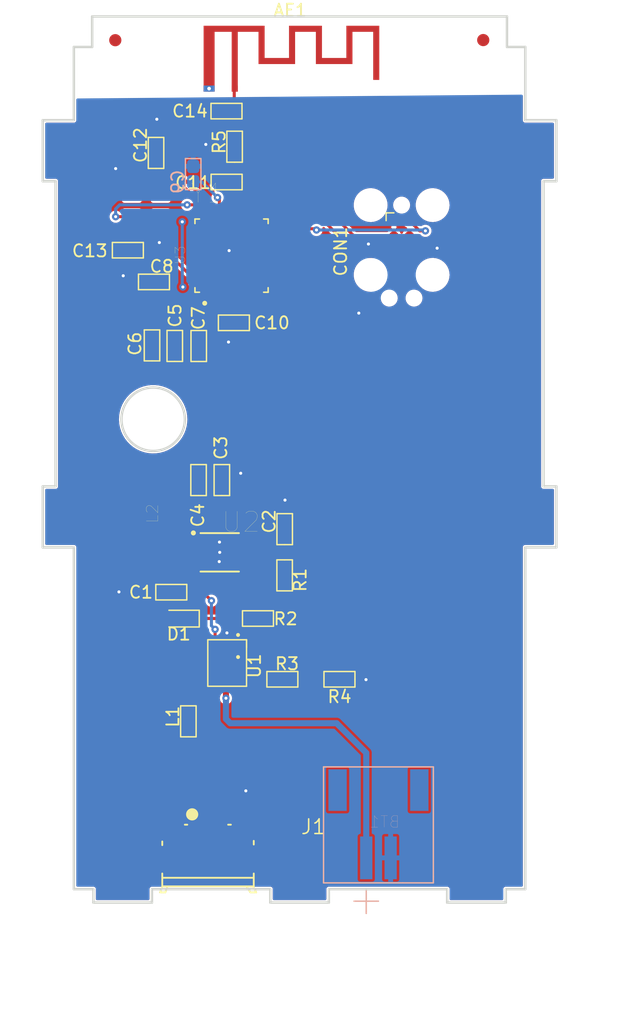
<source format=kicad_pcb>
(kicad_pcb (version 20210424) (generator pcbnew)
  (layers (0 "F.Cu" signal) (31 "B.Cu" signal) (34 "B.Paste" user) (35 "F.Paste" user) (36 "B.SilkS" user "B.Silkscreen") (37 "F.SilkS" user "F.Silkscreen") (38 "B.Mask" user) (39 "F.Mask" user) (44 "Edge.Cuts" user))
  (net 0 "")
  (net 1 "+3V3")
  (net 2 "Net-(AE1-Pad1)")
  (net 3 "VBAT")
  (net 4 "GND")
  (net 5 "Net-(C2-Pad1)")
  (net 6 "Net-(C8-Pad2)")
  (net 7 "Net-(C9-Pad2)")
  (net 8 "Net-(C10-Pad2)")
  (net 9 "Net-(C11-Pad1)")
  (net 10 "Net-(C12-Pad1)")
  (net 11 "Net-(C13-Pad1)")
  (net 12 "/mcu/SWDIO")
  (net 13 "Net-(D1-Pad1)")
  (net 14 "VBUS")
  (net 18 "Net-(J1-Pad1)")
  (net 22 "Net-(L2-Pad1)")
  (net 23 "Net-(L2-Pad2)")
  (net 24 "Net-(R2-Pad1)")
  (net 25 "Net-(R3-Pad1)")
  (net 26 "Net-(R3-Pad2)")
  (net 48 "/mcu/RST")
  (net 49 "/mcu/SWDCLK")
  (footprint "vanalles:0603" (layer "F.Cu") (at 93.855 58.455 90)
    (fp_text reference "C12" (at 0.635 -1.265 90) (layer "F.SilkS"))
    (fp_text value "12pF")
    (pad "1" smd roundrect (at -0.635 0.005 180) (size 1 1.1) (layers "F.Cu" "F.Paste" "F.Mask") (net 10 "Net-(C12-Pad1)"))
    (pad "2" smd roundrect (at 0.635 0.005 180) (size 1 1.1) (layers "F.Cu" "F.Paste" "F.Mask") (net 4 "GND"))
  )
  (footprint "vanalles:0603" (layer "F.Cu") (at 99.25 85.26 90)
    (fp_text reference "C3" (at 2.645 -0.075 90) (layer "F.SilkS"))
    (fp_text value "10uF")
    (pad "1" smd roundrect (at -0.635 0.005 180) (size 1 1.1) (layers "F.Cu" "F.Paste" "F.Mask") (net 1 "+3V3"))
    (pad "2" smd roundrect (at 0.635 0.005 180) (size 1 1.1) (layers "F.Cu" "F.Paste" "F.Mask") (net 4 "GND"))
  )
  (footprint "vanalles:Fiducial_1mm_Mask3mm" (layer "F.Cu") (at 120.68 49.21 90)
    (fp_text reference "REF**" hide)
    (fp_text value "Fiducial_1mm_Mask3mm" hide)
    (pad "" smd circle (at 0 0 90) (size 1 1) (layers "F.Cu" "F.Mask") (clearance 1))
  )
  (footprint "connectors_user:Tag-Connect_TC2050-IDC-FP_2x05_P1.27mm_Vertical" (layer "F.Cu") (at 113.99 66.54 -90)
    (fp_text reference "CON1" (at 0 5 90) (layer "F.SilkS"))
    (fp_text value "jtag")
    (pad "" np_thru_hole circle (at -3.81 2.54 270) (size 2.3749 2.3749) (drill 2.3749) (layers *.Cu *.Mask))
    (pad "" np_thru_hole circle (at 3.81 1.016 270) (size 0.9906 0.9906) (drill 0.9906) (layers *.Cu *.Mask))
    (pad "" np_thru_hole circle (at 1.905 2.54 270) (size 2.3749 2.3749) (drill 2.3749) (layers *.Cu *.Mask))
    (pad "" np_thru_hole circle (at -3.81 0 270) (size 0.9906 0.9906) (drill 0.9906) (layers *.Cu *.Mask))
    (pad "" np_thru_hole circle (at 3.81 -1.016 270) (size 0.9906 0.9906) (drill 0.9906) (layers *.Cu *.Mask))
    (pad "" np_thru_hole circle (at 1.905 -2.54 270) (size 2.3749 2.3749) (drill 2.3749) (layers *.Cu *.Mask))
    (pad "" np_thru_hole circle (at -3.81 -2.54 270) (size 2.3749 2.3749) (drill 2.3749) (layers *.Cu *.Mask))
    (pad "1" connect circle (at -2.54 0.635 270) (size 0.7874 0.7874) (layers "F.Cu" "F.Mask") (net 1 "+3V3"))
    (pad "2" connect circle (at -1.27 0.635 270) (size 0.7874 0.7874) (layers "F.Cu" "F.Mask") (net 12 "/mcu/SWDIO"))
    (pad "3" connect circle (at 0 0.635 270) (size 0.7874 0.7874) (layers "F.Cu" "F.Mask") (net 4 "GND"))
    (pad "4" connect circle (at 1.27 0.635 270) (size 0.7874 0.7874) (layers "F.Cu" "F.Mask") (net 49 "/mcu/SWDCLK"))
    (pad "5" connect circle (at 2.54 0.635 270) (size 0.7874 0.7874) (layers "F.Cu" "F.Mask") (net 4 "GND"))
    (pad "6" connect circle (at 2.54 -0.635 270) (size 0.7874 0.7874) (layers "F.Cu" "F.Mask"))
    (pad "7" connect circle (at 1.27 -0.635 270) (size 0.7874 0.7874) (layers "F.Cu" "F.Mask"))
    (pad "8" connect circle (at 0 -0.635 270) (size 0.7874 0.7874) (layers "F.Cu" "F.Mask"))
    (pad "9" connect circle (at -1.27 -0.635 270) (size 0.7874 0.7874) (layers "F.Cu" "F.Mask") (net 4 "GND"))
    (pad "10" connect circle (at -2.54 -0.635 270) (size 0.7874 0.7874) (layers "F.Cu" "F.Mask") (net 48 "/mcu/RST"))
  )
  (footprint "vanalles:OSCCC320X250X90L80X100N" (layer "F.Cu") (at 93.06 62.77)
    (fp_text reference "Y1" (at 5 -1) (layer "F.SilkS") (effects (font (size 1.574803 1.574803) (thickness 0.015))))
    (fp_text value "326MhZ")
    (pad "1" smd rect (at -1.18 0.93) (size 1.21 1.01) (layers "F.Cu" "F.Paste" "F.Mask") (net 11 "Net-(C13-Pad1)"))
    (pad "2" smd rect (at 1.18 0.93) (size 1.21 1.01) (layers "F.Cu" "F.Paste" "F.Mask") (net 4 "GND"))
    (pad "3" smd rect (at 1.18 -0.93) (size 1.21 1.01) (layers "F.Cu" "F.Paste" "F.Mask") (net 10 "Net-(C12-Pad1)"))
    (pad "4" smd rect (at -1.18 -0.93) (size 1.21 1.01) (layers "F.Cu" "F.Paste" "F.Mask") (net 4 "GND"))
  )
  (footprint "vanalles:Fiducial_1mm_Mask3mm" (layer "F.Cu") (at 90.52 49.22 90)
    (fp_text reference "REF**" hide)
    (fp_text value "Fiducial_1mm_Mask3mm" hide)
    (pad "" smd circle (at 0 0 90) (size 1 1) (layers "F.Cu" "F.Mask") (clearance 1))
  )
  (footprint "halfgeleiders:SOT-25" (layer "F.Cu") (at 99.6975 100.2475 -90)
    (fp_text reference "U1" (at 0.236 -2.233 90) (layer "F.SilkS"))
    (fp_text value "MCP73831")
    (pad "1" smd roundrect (at -1.27 -0.945) (size 0.55 0.8) (layers "F.Cu" "F.Paste" "F.Mask") (net 24 "Net-(R2-Pad1)"))
    (pad "2" smd rect (at -1.27 0.005) (size 0.55 0.8) (layers "F.Cu" "F.Paste" "F.Mask") (net 4 "GND"))
    (pad "3" smd rect (at -1.27 0.955) (size 0.55 0.8) (layers "F.Cu" "F.Paste" "F.Mask") (net 3 "VBAT"))
    (pad "4" smd rect (at 1.33 0.955) (size 0.55 0.8) (layers "F.Cu" "F.Paste" "F.Mask") (net 14 "VBUS"))
    (pad "5" smd rect (at 1.33 -0.945) (size 0.55 0.8) (layers "F.Cu" "F.Paste" "F.Mask") (net 25 "Net-(R3-Pad1)"))
  )
  (footprint "vanalles:0603" (layer "F.Cu") (at 97.34 85.26 90)
    (fp_text reference "C4" (at -2.885 -0.055 90) (layer "F.SilkS"))
    (fp_text value "10uF")
    (pad "1" smd roundrect (at -0.635 0.005 180) (size 1 1.1) (layers "F.Cu" "F.Paste" "F.Mask") (net 1 "+3V3"))
    (pad "2" smd roundrect (at 0.635 0.005 180) (size 1 1.1) (layers "F.Cu" "F.Paste" "F.Mask") (net 4 "GND"))
  )
  (footprint "vanalles:0603RL" (layer "F.Cu") (at 102.21 96.6 180)
    (fp_text reference "R2" (at -2.27 -0.03) (layer "F.SilkS"))
    (fp_text value "1K")
    (pad "1" smd roundrect (at -0.64 0 270) (size 1 1.1) (layers "F.Cu" "F.Paste" "F.Mask") (net 24 "Net-(R2-Pad1)"))
    (pad "2" smd roundrect (at 0.63 0 270) (size 1 1.1) (layers "F.Cu" "F.Paste" "F.Mask") (net 13 "Net-(D1-Pad1)"))
  )
  (footprint "vanalles:0603" (layer "F.Cu") (at 95.11 94.45 180)
    (fp_text reference "C1" (at 2.49 0) (layer "F.SilkS"))
    (fp_text value "10uF")
    (pad "1" smd roundrect (at -0.635 0.005 270) (size 1 1.1) (layers "F.Cu" "F.Paste" "F.Mask") (net 3 "VBAT"))
    (pad "2" smd roundrect (at 0.635 0.005 270) (size 1 1.1) (layers "F.Cu" "F.Paste" "F.Mask") (net 4 "GND"))
  )
  (footprint "connectors_user:AMPHENOL_10118192-0001LF" (layer "F.Cu") (at 98.12 116.017501)
    (fp_text reference "J1" (at 8.65 -2.35) (layer "F.SilkS") (effects (font (size 1.19888 1.19888) (thickness 0.127))))
    (fp_text value "USB_B_Mini")
    (pad "1" smd rect (at -1.29794 -2.2987) (size 0.39878 1.34874) (layers "F.Cu" "F.Paste" "F.Mask") (net 18 "Net-(J1-Pad1)"))
    (pad "2" smd rect (at -0.6477 -2.2987) (size 0.39878 1.34874) (layers "F.Cu" "F.Paste" "F.Mask"))
    (pad "3" smd rect (at 0 -2.2987) (size 0.39878 1.34874) (layers "F.Cu" "F.Paste" "F.Mask"))
    (pad "4" smd rect (at 0.6477 -2.2987) (size 0.39878 1.34874) (layers "F.Cu" "F.Paste" "F.Mask"))
    (pad "5" smd rect (at 1.29794 -2.2987) (size 0.39878 1.34874) (layers "F.Cu" "F.Paste" "F.Mask") (net 4 "GND"))
    (pad "5" smd rect (at 3.0988 -2.17424) (size 2.09804 1.59766) (layers "F.Cu" "F.Paste" "F.Mask") (net 4 "GND"))
    (pad "6" smd rect (at -3.79984 0.37338) (size 1.79832 1.89992) (layers "F.Cu" "F.Paste" "F.Mask") (net 4 "GND"))
    (pad "6" smd rect (at 3.79984 0.37338) (size 1.79832 1.89992) (layers "F.Cu" "F.Paste" "F.Mask") (net 4 "GND"))
    (pad "6" smd rect (at -3.0988 -2.17424) (size 2.09804 1.59766) (layers "F.Cu" "F.Paste" "F.Mask") (net 4 "GND"))
    (pad "6" smd rect (at 1.19888 0.37338) (size 1.89992 1.89992) (layers "F.Cu" "F.Paste" "F.Mask") (net 4 "GND"))
    (pad "6" smd rect (at -1.19888 0.37338) (size 1.89992 1.89992) (layers "F.Cu" "F.Paste" "F.Mask") (net 4 "GND"))
  )
  (footprint "vanalles:Fiducial_1mm_Mask3mm" (layer "F.Cu") (at 122.11 116.72 90)
    (fp_text reference "REF**" hide)
    (fp_text value "Fiducial_1mm_Mask3mm" hide)
    (pad "" smd circle (at 0 0 90) (size 1 1) (layers "F.Cu" "F.Mask") (clearance 1))
  )
  (footprint "vanalles:0603" (layer "F.Cu") (at 97.355 74.275 90)
    (fp_text reference "C7" (at 2.285 -0.025 90) (layer "F.SilkS"))
    (fp_text value "100nF")
    (pad "1" smd roundrect (at -0.635 0.005 180) (size 1 1.1) (layers "F.Cu" "F.Paste" "F.Mask") (net 4 "GND"))
    (pad "2" smd roundrect (at 0.635 0.005 180) (size 1 1.1) (layers "F.Cu" "F.Paste" "F.Mask") (net 1 "+3V3"))
  )
  (footprint "vanalles:0603" (layer "F.Cu") (at 104.4 89.28 90)
    (fp_text reference "C2" (at 0.635 -1.265 90) (layer "F.SilkS"))
    (fp_text value "0.1uF")
    (pad "1" smd roundrect (at -0.635 0.005 180) (size 1 1.1) (layers "F.Cu" "F.Paste" "F.Mask") (net 5 "Net-(C2-Pad1)"))
    (pad "2" smd roundrect (at 0.635 0.005 180) (size 1 1.1) (layers "F.Cu" "F.Paste" "F.Mask") (net 4 "GND"))
  )
  (footprint "vanalles:0603" (layer "F.Cu") (at 93.69 69.02)
    (fp_text reference "C8" (at 0.635 -1.265) (layer "F.SilkS"))
    (fp_text value "1uF")
    (pad "1" smd roundrect (at -0.635 0.005 90) (size 1 1.1) (layers "F.Cu" "F.Paste" "F.Mask") (net 4 "GND"))
    (pad "2" smd roundrect (at 0.635 0.005 90) (size 1 1.1) (layers "F.Cu" "F.Paste" "F.Mask") (net 6 "Net-(C8-Pad2)"))
  )
  (footprint "vanalles:0603RL" (layer "F.Cu") (at 104.4 93.07 -90)
    (fp_text reference "R1" (at 0.376 -1.27 90) (layer "F.SilkS"))
    (fp_text value "100")
    (pad "1" smd roundrect (at -0.64 0) (size 1 1.1) (layers "F.Cu" "F.Paste" "F.Mask") (net 5 "Net-(C2-Pad1)"))
    (pad "2" smd roundrect (at 0.63 0) (size 1 1.1) (layers "F.Cu" "F.Paste" "F.Mask") (net 3 "VBAT"))
  )
  (footprint "vanalles:0603RL" (layer "F.Cu") (at 100.3 57.94 90)
    (fp_text reference "R5" (at 0.376 -1.27 90) (layer "F.SilkS"))
    (fp_text value "0")
    (pad "1" smd roundrect (at -0.64 0 180) (size 1 1.1) (layers "F.Cu" "F.Paste" "F.Mask") (net 9 "Net-(C11-Pad1)"))
    (pad "2" smd roundrect (at 0.63 0 180) (size 1 1.1) (layers "F.Cu" "F.Paste" "F.Mask") (net 2 "Net-(AE1-Pad1)"))
  )
  (footprint "vanalles:Texas_SWRA117D_2.4GHz_Right" (layer "F.Cu") (at 100.31 53.185)
    (fp_text reference "AE1" (at 4.55 -6.41) (layer "F.SilkS"))
    (fp_text value "Antenna")
    (fp_poly (pts (xy 2.45 -2.51) (xy 4.45 -2.51) (xy 4.45 -5.15) (xy 7.15 -5.15) (xy 7.15 -2.51) (xy 9.15 -2.51) (xy 9.15 -5.15) (xy 11.85 -5.15) (xy 11.85 -0.71) (xy 11.35 -0.71) (xy 11.35 -4.65) (xy 9.65 -4.65) (xy 9.65 -2.01) (xy 6.65 -2.01) (xy 6.65 -4.65) (xy 4.95 -4.65) (xy 4.95 -2.01) (xy 1.95 -2.01) (xy 1.95 -4.65) (xy 0.25 -4.65) (xy 0.25 0.25) (xy -0.25 0.25) (xy -0.25 -4.65) (xy -1.65 -4.65) (xy -1.65 0.25) (xy -2.55 0.25) (xy -2.55 0.006785) (xy -2.247583 0.006785) (xy -2.237742 0.054395) (xy -2.213674 0.096797) (xy -2.175731 0.129581) (xy -2.167819 0.133935) (xy -2.125156 0.146043) (xy -2.076637 0.1453) (xy -2.031122 0.1324) (xy -2.012511 0.121787) (xy -1.978868 0.086553) (xy -1.958309 0.041368) (xy -1.951778 -0.008158) (xy -1.960218 -0.056417) (xy -1.977112 -0.088643) (xy -2.012372 -0.121313) (xy -2.057682 -0.141408) (xy -2.107267 -0.147982) (xy -2.155353 -0.140092) (xy -2.188245 -0.123186) (xy -2.223185 -0.086416) (xy -2.242847 -0.041622) (xy -2.247583 0.006785) (xy -2.55 0.006785) (xy -2.55 -5.15) (xy 2.45 -5.15) (xy 2.45 -2.51)) (layer "F.Cu") (width 0) (fill solid))
    (pad "1" connect rect (at 0 0) (size 0.5 0.5) (layers "F.Cu") (net 2 "Net-(AE1-Pad1)"))
    (pad "2" thru_hole rect (at -2.1 0) (size 0.9 0.5) (drill 0.3) (layers *.Cu))
  )
  (footprint "vanalles:0603" (layer "F.Cu") (at 93.525 74.225 90)
    (fp_text reference "C6" (at 0.135 -1.395 90) (layer "F.SilkS"))
    (fp_text value "100nF")
    (pad "1" smd roundrect (at -0.635 0.005 180) (size 1 1.1) (layers "F.Cu" "F.Paste" "F.Mask") (net 4 "GND"))
    (pad "2" smd roundrect (at 0.635 0.005 180) (size 1 1.1) (layers "F.Cu" "F.Paste" "F.Mask") (net 1 "+3V3"))
  )
  (footprint "halfgeleiders:nrf" (layer "F.Cu") (at 100.05 66.87 90)
    (fp_text reference "U3" (at 0.04 -4.208 90) (layer "F.SilkS") (effects (font (size 0.8 0.8) (thickness 0.015))))
    (fp_text value "nRF52810-QFxx")
    (pad "1" smd rect (at -2.95 -2.2 90) (size 0.81 0.22) (layers "F.Cu" "F.Paste" "F.Mask") (net 8 "Net-(C10-Pad2)"))
    (pad "2" smd rect (at -2.95 -1.8 90) (size 0.81 0.22) (layers "F.Cu" "F.Paste" "F.Mask"))
    (pad "3" smd rect (at -2.95 -1.4 90) (size 0.81 0.22) (layers "F.Cu" "F.Paste" "F.Mask"))
    (pad "4" smd rect (at -2.95 -1 90) (size 0.81 0.22) (layers "F.Cu" "F.Paste" "F.Mask"))
    (pad "5" smd rect (at -2.95 -0.6 90) (size 0.81 0.22) (layers "F.Cu" "F.Paste" "F.Mask"))
    (pad "6" smd rect (at -2.95 -0.2 90) (size 0.81 0.22) (layers "F.Cu" "F.Paste" "F.Mask"))
    (pad "7" smd rect (at -2.95 0.2 90) (size 0.81 0.22) (layers "F.Cu" "F.Paste" "F.Mask"))
    (pad "8" smd rect (at -2.95 0.6 90) (size 0.81 0.22) (layers "F.Cu" "F.Paste" "F.Mask"))
    (pad "9" smd rect (at -2.95 1 90) (size 0.81 0.22) (layers "F.Cu" "F.Paste" "F.Mask"))
    (pad "10" smd rect (at -2.95 1.4 90) (size 0.81 0.22) (layers "F.Cu" "F.Paste" "F.Mask"))
    (pad "11" smd rect (at -2.95 1.8 90) (size 0.81 0.22) (layers "F.Cu" "F.Paste" "F.Mask"))
    (pad "12" smd rect (at -2.95 2.2 90) (size 0.81 0.22) (layers "F.Cu" "F.Paste" "F.Mask"))
    (pad "13" smd rect (at -2.2 2.95 90) (size 0.22 0.81) (layers "F.Cu" "F.Paste" "F.Mask") (net 1 "+3V3"))
    (pad "14" smd rect (at -1.8 2.95 90) (size 0.22 0.81) (layers "F.Cu" "F.Paste" "F.Mask"))
    (pad "15" smd rect (at -1.4 2.95 90) (size 0.22 0.81) (layers "F.Cu" "F.Paste" "F.Mask"))
    (pad "16" smd rect (at -1 2.95 90) (size 0.22 0.81) (layers "F.Cu" "F.Paste" "F.Mask"))
    (pad "17" smd rect (at -0.6 2.95 90) (size 0.22 0.81) (layers "F.Cu" "F.Paste" "F.Mask"))
    (pad "18" smd rect (at -0.2 2.95 90) (size 0.22 0.81) (layers "F.Cu" "F.Paste" "F.Mask"))
    (pad "19" smd rect (at 0.2 2.95 90) (size 0.22 0.81) (layers "F.Cu" "F.Paste" "F.Mask"))
    (pad "20" smd rect (at 0.6 2.95 90) (size 0.22 0.81) (layers "F.Cu" "F.Paste" "F.Mask"))
    (pad "21" smd rect (at 1 2.95 90) (size 0.22 0.81) (layers "F.Cu" "F.Paste" "F.Mask"))
    (pad "22" smd rect (at 1.4 2.95 90) (size 0.22 0.81) (layers "F.Cu" "F.Paste" "F.Mask"))
    (pad "23" smd rect (at 1.8 2.95 90) (size 0.22 0.81) (layers "F.Cu" "F.Paste" "F.Mask"))
    (pad "24" smd rect (at 2.2 2.95 90) (size 0.22 0.81) (layers "F.Cu" "F.Paste" "F.Mask") (net 48 "/mcu/RST"))
    (pad "25" smd rect (at 2.95 2.2 90) (size 0.81 0.22) (layers "F.Cu" "F.Paste" "F.Mask") (net 49 "/mcu/SWDCLK"))
    (pad "26" smd rect (at 2.95 1.8 90) (size 0.81 0.22) (layers "F.Cu" "F.Paste" "F.Mask") (net 12 "/mcu/SWDIO"))
    (pad "27" smd rect (at 2.95 1.4 90) (size 0.81 0.22) (layers "F.Cu" "F.Paste" "F.Mask"))
    (pad "28" smd rect (at 2.95 1 90) (size 0.81 0.22) (layers "F.Cu" "F.Paste" "F.Mask"))
    (pad "29" smd rect (at 2.95 0.6 90) (size 0.81 0.22) (layers "F.Cu" "F.Paste" "F.Mask"))
    (pad "30" smd rect (at 2.95 0.2 90) (size 0.81 0.22) (layers "F.Cu" "F.Paste" "F.Mask") (net 9 "Net-(C11-Pad1)"))
    (pad "31" smd rect (at 2.95 -0.2 90) (size 0.81 0.22) (layers "F.Cu" "F.Paste" "F.Mask") (net 4 "GND"))
    (pad "32" smd rect (at 2.95 -0.6 90) (size 0.81 0.22) (layers "F.Cu" "F.Paste" "F.Mask") (net 4 "GND"))
    (pad "33" smd rect (at 2.95 -1 90) (size 0.81 0.22) (layers "F.Cu" "F.Paste" "F.Mask") (net 7 "Net-(C9-Pad2)"))
    (pad "34" smd rect (at 2.95 -1.4 90) (size 0.81 0.22) (layers "F.Cu" "F.Paste" "F.Mask") (net 10 "Net-(C12-Pad1)"))
    (pad "35" smd rect (at 2.95 -1.8 90) (size 0.81 0.22) (layers "F.Cu" "F.Paste" "F.Mask") (net 11 "Net-(C13-Pad1)"))
    (pad "36" smd rect (at 2.95 -2.2 90) (size 0.81 0.22) (layers "F.Cu" "F.Paste" "F.Mask") (net 1 "+3V3"))
    (pad "37" smd rect (at 2.2 -2.95 90) (size 0.22 0.81) (layers "F.Cu" "F.Paste" "F.Mask"))
    (pad "38" smd rect (at 1.8 -2.95 90) (size 0.22 0.81) (layers "F.Cu" "F.Paste" "F.Mask"))
    (pad "39" smd rect (at 1.4 -2.95 90) (size 0.22 0.81) (layers "F.Cu" "F.Paste" "F.Mask"))
    (pad "40" smd rect (at 1 -2.95 90) (size 0.22 0.81) (layers "F.Cu" "F.Paste" "F.Mask"))
    (pad "41" smd rect (at 0.6 -2.95 90) (size 0.22 0.81) (layers "F.Cu" "F.Paste" "F.Mask"))
    (pad "42" smd rect (at 0.2 -2.95 90) (size 0.22 0.81) (layers "F.Cu" "F.Paste" "F.Mask"))
    (pad "43" smd rect (at -0.2 -2.95 90) (size 0.22 0.81) (layers "F.Cu" "F.Paste" "F.Mask"))
    (pad "44" smd rect (at -0.6 -2.95 90) (size 0.22 0.81) (layers "F.Cu" "F.Paste" "F.Mask"))
    (pad "45" smd rect (at -1 -2.95 90) (size 0.22 0.81) (layers "F.Cu" "F.Paste" "F.Mask") (net 4 "GND"))
    (pad "46" smd rect (at -1.4 -2.95 90) (size 0.22 0.81) (layers "F.Cu" "F.Paste" "F.Mask") (net 6 "Net-(C8-Pad2)"))
    (pad "47" smd rect (at -1.8 -2.95 90) (size 0.22 0.81) (layers "F.Cu" "F.Paste" "F.Mask"))
    (pad "48" smd rect (at -2.2 -2.95 90) (size 0.22 0.81) (layers "F.Cu" "F.Paste" "F.Mask") (net 1 "+3V3"))
    (pad "49" smd rect (at 0 0 90) (size 4.6 4.6) (layers "F.Cu" "F.Mask") (net 4 "GND"))
  )
  (footprint "vanalles:0603RL" (layer "F.Cu") (at 108.89 101.58 180)
    (fp_text reference "R4" (at -0.01 -1.43) (layer "F.SilkS"))
    (fp_text value "1k")
    (pad "1" smd roundrect (at -0.64 0 270) (size 1 1.1) (layers "F.Cu" "F.Paste" "F.Mask") (net 4 "GND"))
    (pad "2" smd roundrect (at 0.63 0 270) (size 1 1.1) (layers "F.Cu" "F.Paste" "F.Mask") (net 26 "Net-(R3-Pad2)"))
  )
  (footprint "halfgeleiders:SON50P300X300X100-11N" (layer "F.Cu") (at 99.08 91.18)
    (fp_text reference "U2" (at 1.75 -2.48) (layer "F.SilkS") (effects (font (size 1.641827 1.641827) (thickness 0.015))))
    (fp_text value "TPS63001")
    (pad "1" smd rect (at -1.4732 -0.9906) (size 0.8128 0.3048) (layers "F.Cu" "F.Paste" "F.Mask") (net 1 "+3V3"))
    (pad "2" smd rect (at -1.4732 -0.508) (size 0.8128 0.3048) (layers "F.Cu" "F.Paste" "F.Mask") (net 23 "Net-(L2-Pad2)"))
    (pad "3" smd rect (at -1.4732 0) (size 0.8128 0.3048) (layers "F.Cu" "F.Paste" "F.Mask") (net 4 "GND"))
    (pad "4" smd rect (at -1.4732 0.508) (size 0.8128 0.3048) (layers "F.Cu" "F.Paste" "F.Mask") (net 22 "Net-(L2-Pad1)"))
    (pad "5" smd rect (at -1.4732 0.9906) (size 0.8128 0.3048) (layers "F.Cu" "F.Paste" "F.Mask") (net 3 "VBAT"))
    (pad "6" smd rect (at 1.4732 0.9906) (size 0.8128 0.3048) (layers "F.Cu" "F.Paste" "F.Mask") (net 5 "Net-(C2-Pad1)"))
    (pad "7" smd rect (at 1.4732 0.508) (size 0.8128 0.3048) (layers "F.Cu" "F.Paste" "F.Mask") (net 5 "Net-(C2-Pad1)"))
    (pad "8" smd rect (at 1.4732 0) (size 0.8128 0.3048) (layers "F.Cu" "F.Paste" "F.Mask") (net 5 "Net-(C2-Pad1)"))
    (pad "9" smd rect (at 1.4732 -0.508) (size 0.8128 0.3048) (layers "F.Cu" "F.Paste" "F.Mask") (net 4 "GND"))
    (pad "10" smd rect (at 1.4732 -0.9906) (size 0.8128 0.3048) (layers "F.Cu" "F.Paste" "F.Mask") (net 1 "+3V3"))
    (pad "11" smd rect (at 0 0) (size 1.651 2.3876) (layers "F.Cu" "F.Paste" "F.Mask" "Dwgs.User") (net 4 "GND"))
  )
  (footprint "vanalles:0603" (layer "F.Cu") (at 91.55 66.43 180)
    (fp_text reference "C13" (at 3.12 -0.05) (layer "F.SilkS"))
    (fp_text value "12pF")
    (pad "1" smd roundrect (at -0.635 0.005 270) (size 1 1.1) (layers "F.Cu" "F.Paste" "F.Mask") (net 11 "Net-(C13-Pad1)"))
    (pad "2" smd roundrect (at 0.635 0.005 270) (size 1 1.1) (layers "F.Cu" "F.Paste" "F.Mask") (net 4 "GND"))
  )
  (footprint "vanalles:0603RL" (layer "F.Cu") (at 104.22 101.58)
    (fp_text reference "R3" (at 0.376 -1.27) (layer "F.SilkS"))
    (fp_text value "1k")
    (pad "1" smd roundrect (at -0.64 0 90) (size 1 1.1) (layers "F.Cu" "F.Paste" "F.Mask") (net 25 "Net-(R3-Pad1)"))
    (pad "2" smd roundrect (at 0.63 0 90) (size 1 1.1) (layers "F.Cu" "F.Paste" "F.Mask") (net 26 "Net-(R3-Pad2)"))
  )
  (footprint "vanalles:0603RL" (layer "F.Cu") (at 96.51 105.02 90)
    (fp_text reference "L1" (at 0.376 -1.27 90) (layer "F.SilkS"))
    (fp_text value "L")
    (pad "1" smd roundrect (at -0.64 0 180) (size 1 1.1) (layers "F.Cu" "F.Paste" "F.Mask") (net 18 "Net-(J1-Pad1)"))
    (pad "2" smd roundrect (at 0.63 0 180) (size 1 1.1) (layers "F.Cu" "F.Paste" "F.Mask") (net 14 "VBUS"))
  )
  (footprint "vanalles:0603" (layer "F.Cu") (at 100.24 72.38 180)
    (fp_text reference "C10" (at -3.12 0) (layer "F.SilkS"))
    (fp_text value "100nF")
    (pad "1" smd roundrect (at -0.635 0.005 270) (size 1 1.1) (layers "F.Cu" "F.Paste" "F.Mask") (net 4 "GND"))
    (pad "2" smd roundrect (at 0.635 0.005 270) (size 1 1.1) (layers "F.Cu" "F.Paste" "F.Mask") (net 8 "Net-(C10-Pad2)"))
  )
  (footprint "halfgeleiders:led0603" (layer "F.Cu") (at 95.7175 96.61 180)
    (fp_text reference "D1" (at 0 -1.27) (layer "F.SilkS"))
    (fp_text value "LED")
    (pad "1" smd roundrect (at -0.8125 0 180) (size 1.225 0.85) (layers "F.Cu" "F.Paste" "F.Mask") (net 13 "Net-(D1-Pad1)"))
    (pad "2" smd roundrect (at 0.8125 0 180) (size 1.225 0.85) (layers "F.Cu" "F.Paste" "F.Mask") (net 14 "VBUS"))
  )
  (footprint "vanalles:0603" (layer "F.Cu") (at 99.645 60.845 180)
    (fp_text reference "C11" (at 2.755 -0.045) (layer "F.SilkS"))
    (fp_text value "NM")
    (pad "1" smd roundrect (at -0.635 0.005 270) (size 1 1.1) (layers "F.Cu" "F.Paste" "F.Mask") (net 9 "Net-(C11-Pad1)"))
    (pad "2" smd roundrect (at 0.635 0.005 270) (size 1 1.1) (layers "F.Cu" "F.Paste" "F.Mask") (net 4 "GND"))
  )
  (footprint "vanalles:0603" (layer "F.Cu") (at 99.635 55.035 180)
    (fp_text reference "C14" (at 2.995 0.005) (layer "F.SilkS"))
    (fp_text value "NM")
    (pad "1" smd roundrect (at -0.635 0.005 270) (size 1 1.1) (layers "F.Cu" "F.Paste" "F.Mask") (net 2 "Net-(AE1-Pad1)"))
    (pad "2" smd roundrect (at 0.635 0.005 270) (size 1 1.1) (layers "F.Cu" "F.Paste" "F.Mask") (net 4 "GND"))
  )
  (footprint "vanalles:WURTH_744025001" (layer "F.Cu") (at 94.17 91 90)
    (fp_text reference "L2" (at 3 -0.6 90) (layer "F.SilkS") (effects (font (size 0.944882 0.944882) (thickness 0.015))))
    (fp_text value "2.2uH")
    (pad "1" smd rect (at -1.1 0 90) (size 1 3.2) (layers "F.Cu" "F.Paste" "F.Mask") (net 22 "Net-(L2-Pad1)"))
    (pad "2" smd rect (at 1.1 0 90) (size 1 3.2) (layers "F.Cu" "F.Paste" "F.Mask") (net 23 "Net-(L2-Pad2)"))
  )
  (footprint "vanalles:0603" (layer "F.Cu") (at 95.39 74.27 90)
    (fp_text reference "C5" (at 2.49 0.03 90) (layer "F.SilkS"))
    (fp_text value "4.7uF")
    (pad "1" smd roundrect (at -0.635 0.005 180) (size 1 1.1) (layers "F.Cu" "F.Paste" "F.Mask") (net 4 "GND"))
    (pad "2" smd roundrect (at 0.635 0.005 180) (size 1 1.1) (layers "F.Cu" "F.Paste" "F.Mask") (net 1 "+3V3"))
  )
  (footprint "vanalles:0603" (layer "B.Cu") (at 96.9 60.19 -90)
    (fp_text reference "C9" (at 0.635 1.265 90) (layer "B.SilkS") (effects (justify mirror)))
    (fp_text value "100pF")
    (pad "1" smd roundrect (at -0.635 -0.005 180) (size 1 1.1) (layers "B.Cu" "B.Paste" "B.Mask") (net 4 "GND"))
    (pad "2" smd roundrect (at 0.635 -0.005 180) (size 1 1.1) (layers "B.Cu" "B.Paste" "B.Mask") (net 7 "Net-(C9-Pad2)"))
  )
  (footprint "connectors_user:jst 2 pin" (layer "B.Cu") (at 112.09 113.26)
    (fp_text reference "BT1" (at 0.5 0) (layer "B.SilkS") (effects (font (size 0.944882 0.944882) (thickness 0.015)) (justify mirror)))
    (fp_text value "Battery")
    (pad "1" smd rect (at -1 2.95) (size 1 3.5) (layers "B.Cu" "B.Paste" "B.Mask") (net 3 "VBAT"))
    (pad "2" smd rect (at 1 2.95) (size 1 3.5) (layers "B.Cu" "B.Paste" "B.Mask") (net 4 "GND"))
    (pad "M" smd rect (at -3.35 -2.6) (size 1.5 3.4) (layers "B.Cu" "B.Paste" "B.Mask"))
    (pad "N" smd rect (at 3.35 -2.6) (size 1.5 3.4) (layers "B.Cu" "B.Paste" "B.Mask"))
  )
  (gr_circle (center 96.92 89.59) (end 97.050384 89.59) (layer "F.SilkS") (width 0.15) (fill solid))
  (gr_line (start 88.625 47.275) (end 88.625 49.775) (layer "Edge.Cuts") (width 0.2))
  (gr_line (start 117.725 118.775) (end 108.025 118.775) (layer "Edge.Cuts") (width 0.2))
  (gr_line (start 124.125 55.775) (end 124.125 49.775) (layer "Edge.Cuts") (width 0.2))
  (gr_line (start 88.625 49.775) (end 87.125 49.775) (layer "Edge.Cuts") (width 0.2))
  (gr_line (start 122.525 119.875) (end 122.525 118.775) (layer "Edge.Cuts") (width 0.2))
  (gr_line (start 124.125 118.775) (end 122.525 118.775) (layer "Edge.Cuts") (width 0.2))
  (gr_line (start 122.625 47.275) (end 122.625 49.775) (layer "Edge.Cuts") (width 0.2))
  (gr_line (start 124.125 118.775) (end 124.125 90.775) (layer "Edge.Cuts") (width 0.2))
  (gr_line (start 87.125 55.775) (end 87.125 49.775) (layer "Edge.Cuts") (width 0.2))
  (gr_line (start 87.125 90.775) (end 84.575 90.775) (layer "Edge.Cuts") (width 0.2))
  (gr_line (start 108.025 118.775) (end 108.025 119.875) (layer "Edge.Cuts") (width 0.2))
  (gr_line (start 87.125 55.775) (end 84.575 55.775) (layer "Edge.Cuts") (width 0.2))
  (gr_line (start 117.725 118.775) (end 117.725 119.875) (layer "Edge.Cuts") (width 0.2))
  (gr_circle (center 93.625 80.275) (end 96.225 80.275) (layer "Edge.Cuts") (width 0.2) (fill none))
  (gr_line (start 125.625 85.775) (end 125.625 60.775) (layer "Edge.Cuts") (width 0.2))
  (gr_line (start 103.225 118.775) (end 93.525 118.775) (layer "Edge.Cuts") (width 0.2))
  (gr_line (start 88.725 118.775) (end 87.125 118.775) (layer "Edge.Cuts") (width 0.2))
  (gr_line (start 85.625 60.775) (end 84.575 60.775) (layer "Edge.Cuts") (width 0.2))
  (gr_line (start 124.125 49.775) (end 122.625 49.775) (layer "Edge.Cuts") (width 0.2))
  (gr_line (start 126.675 90.775) (end 124.125 90.775) (layer "Edge.Cuts") (width 0.2))
  (gr_line (start 126.675 60.775) (end 125.625 60.775) (layer "Edge.Cuts") (width 0.2))
  (gr_line (start 126.675 85.775) (end 125.625 85.775) (layer "Edge.Cuts") (width 0.2))
  (gr_line (start 108.025 119.875) (end 103.225 119.875) (layer "Edge.Cuts") (width 0.2))
  (gr_line (start 103.225 118.775) (end 103.225 119.875) (layer "Edge.Cuts") (width 0.2))
  (gr_line (start 93.525 118.775) (end 93.525 119.875) (layer "Edge.Cuts") (width 0.2))
  (gr_line (start 84.575 55.775) (end 84.575 60.775) (layer "Edge.Cuts") (width 0.2))
  (gr_line (start 126.675 85.775) (end 126.675 90.775) (layer "Edge.Cuts") (width 0.2))
  (gr_line (start 122.525 119.875) (end 117.725 119.875) (layer "Edge.Cuts") (width 0.2))
  (gr_line (start 126.675 55.775) (end 124.125 55.775) (layer "Edge.Cuts") (width 0.2))
  (gr_line (start 93.525 119.875) (end 88.725 119.875) (layer "Edge.Cuts") (width 0.2))
  (gr_line (start 126.675 55.775) (end 126.675 60.775) (layer "Edge.Cuts") (width 0.2))
  (gr_line (start 84.575 85.775) (end 84.575 90.775) (layer "Edge.Cuts") (width 0.2))
  (gr_line (start 88.725 118.775) (end 88.725 119.875) (layer "Edge.Cuts") (width 0.2))
  (gr_line (start 88.625 47.275) (end 122.625 47.275) (layer "Edge.Cuts") (width 0.2))
  (gr_line (start 87.125 118.775) (end 87.125 90.775) (layer "Edge.Cuts") (width 0.2))
  (gr_line (start 85.625 85.775) (end 85.625 60.775) (layer "Edge.Cuts") (width 0.2))
  (gr_line (start 85.625 85.775) (end 84.575 85.775) (layer "Edge.Cuts") (width 0.2))
  (segment (start 97.85 63.92) (end 96.19 63.92) (width 0.25) (layer "F.Cu") (net 1))
  (segment (start 96.19 63.92) (end 96.01 64.1) (width 0.25) (layer "F.Cu") (net 1))
  (via (at 96.01 64.1) (size 0.6) (drill 0.25) (layers "F.Cu" "B.Cu") (net 1))
  (via (at 96.06 69.44) (size 0.6) (drill 0.25) (layers "F.Cu" "B.Cu") (net 1))
  (segment (start 96.01 64.1) (end 96.01 69.39) (width 0.25) (layer "B.Cu") (net 1))
  (segment (start 96.01 69.39) (end 96.06 69.44) (width 0.25) (layer "B.Cu") (net 1))
  (segment (start 100.3 57.31) (end 100.3 55.06) (width 0.25) (layer "F.Cu") (net 2))
  (segment (start 100.3 55.06) (end 100.27 55.03) (width 0.25) (layer "F.Cu") (net 2))
  (segment (start 100.27 55.03) (end 100.27 53.225) (width 0.25) (layer "F.Cu") (net 2))
  (segment (start 100.27 53.225) (end 100.31 53.185) (width 0.25) (layer "F.Cu") (net 2))
  (segment (start 98.7 97.49) (end 98.7 98.935) (width 0.25) (layer "F.Cu") (net 3))
  (segment (start 95.745 94.235) (end 95.745 94.445) (width 0.25) (layer "F.Cu") (net 3))
  (segment (start 104.4 93.7) (end 97.69 93.7) (width 0.25) (layer "F.Cu") (net 3))
  (segment (start 99.59 100.73) (end 98.7425 99.8825) (width 0.5) (layer "F.Cu") (net 3))
  (segment (start 97.6068 94.3468) (end 98.4 95.14) (width 0.25) (layer "F.Cu") (net 3))
  (segment (start 96.43 93.55) (end 95.745 94.235) (width 0.25) (layer "F.Cu") (net 3))
  (segment (start 98.7 98.935) (end 98.7425 98.9775) (width 0.25) (layer "F.Cu") (net 3))
  (segment (start 99.59 103.13) (end 99.59 100.73) (width 0.5) (layer "F.Cu") (net 3))
  (segment (start 97.69 93.7) (end 97.54 93.55) (width 0.25) (layer "F.Cu") (net 3))
  (segment (start 97.6068 92.1706) (end 97.6068 93.7832) (width 0.25) (layer "F.Cu") (net 3))
  (segment (start 97.54 93.55) (end 96.43 93.55) (width 0.25) (layer "F.Cu") (net 3))
  (segment (start 98.7425 99.8825) (end 98.7425 98.9775) (width 0.5) (layer "F.Cu") (net 3))
  (segment (start 97.69 93.7) (end 97.6068 93.7832) (width 0.25) (layer "F.Cu") (net 3))
  (segment (start 97.6068 93.7832) (end 97.6068 94.3468) (width 0.25) (layer "F.Cu") (net 3))
  (via (at 98.7 97.49) (size 0.6) (drill 0.25) (layers "F.Cu" "B.Cu") (net 3))
  (via (at 98.4 95.14) (size 0.6) (drill 0.25) (layers "F.Cu" "B.Cu") (net 3))
  (via (at 99.59 103.13) (size 0.6) (drill 0.25) (layers "F.Cu" "B.Cu") (net 3))
  (segment (start 98.4 97.19) (end 98.7 97.49) (width 0.25) (layer "B.Cu") (net 3))
  (segment (start 111.09 116.21) (end 111.09 107.61) (width 0.5) (layer "B.Cu") (net 3))
  (segment (start 98.4 95.14) (end 98.4 97.19) (width 0.25) (layer "B.Cu") (net 3))
  (segment (start 111.09 107.61) (end 108.66 105.18) (width 0.5) (layer "B.Cu") (net 3))
  (segment (start 99.59 104.83) (end 99.59 103.13) (width 0.5) (layer "B.Cu") (net 3))
  (segment (start 108.66 105.18) (end 99.94 105.18) (width 0.5) (layer "B.Cu") (net 3))
  (segment (start 99.94 105.18) (end 99.59 104.83) (width 0.5) (layer "B.Cu") (net 3))
  (segment (start 99.05 67.87) (end 100.05 66.87) (width 0.25) (layer "F.Cu") (net 4))
  (segment (start 94.24 63.7) (end 94.24 65.69) (width 0.25) (layer "F.Cu") (net 4))
  (segment (start 93.86 57.82) (end 93.86 55.76) (width 0.25) (layer "F.Cu") (net 4))
  (segment (start 115.585 66.23) (end 115.82 66.23) (width 0.25) (layer "F.Cu") (net 4))
  (segment (start 99.01 60.84) (end 99.01 57.76) (width 0.25) (layer "F.Cu") (net 4))
  (segment (start 91.88 61.84) (end 91.88 61.07) (width 0.25) (layer "F.Cu") (net 4))
  (segment (start 99.01 55.04) (end 99 55.03) (width 0.25) (layer "F.Cu") (net 4))
  (segment (start 100.875 72.875) (end 99.8 73.95) (width 0.25) (layer "F.Cu") (net 4))
  (segment (start 113.355 66.54) (end 111.89 66.54) (width 0.25) (layer "F.Cu") (net 4))
  (segment (start 99.6925 98.9775) (end 99.6925 97.8025) (width 0.25) (layer "F.Cu") (net 4))
  (segment (start 101.91984 116.390881) (end 94.32016 116.390881) (width 0.25) (layer "F.Cu") (net 4))
  (segment (start 99.5424 113.843261) (end 99.41794 113.718801) (width 0.25) (layer "F.Cu") (net 4))
  (segment (start 93.53 74.86) (end 93.53 75.22) (width 0.25) (layer "F.Cu") (net 4))
  (segment (start 111.89 66.54) (end 111.27 65.92) (width 0.25) (layer "F.Cu") (net 4))
  (segment (start 97.345 84.625) (end 99.255 84.625) (width 0.25) (layer "F.Cu") (net 4))
  (segment (start 94.24 65.69) (end 94.13 65.8) (width 0.25) (layer "F.Cu") (net 4))
  (segment (start 99.45 66.27) (end 100.05 66.87) (width 0.25) (layer "F.Cu") (net 4))
  (segment (start 97.31 74.86) (end 97.36 74.91) (width 0.25) (layer "F.Cu") (net 4))
  (segment (start 91.88 61.07) (end 90.55 59.74) (width 0.25) (layer "F.Cu") (net 4))
  (segment (start 93.055 69.025) (end 91.675 69.025) (width 0.25) (layer "F.Cu") (net 4))
  (segment (start 91.675 69.025) (end 91.17 68.52) (width 0.25) (layer "F.Cu") (net 4))
  (segment (start 99.85 66.46) (end 99.85 66.67) (width 0.25) (layer "F.Cu") (net 4))
  (segment (start 99.588 90.672) (end 99.08 91.18) (width 0.25) (layer "F.Cu") (net 4))
  (segment (start 101.2188 115.689841) (end 101.91984 116.390881) (width 0.25) (layer "F.Cu") (net 4))
  (segment (start 111.04 101.58) (end 111.07 101.61) (width 0.25) (layer "F.Cu") (net 4))
  (segment (start 101.2188 113.843261) (end 101.2188 110.7212) (width 0.25) (layer "F.Cu") (net 4))
  (segment (start 100.725 84.625) (end 100.8 84.7) (width 0.25) (layer "F.Cu") (net 4))
  (segment (start 99.85 63.92) (end 99.85 66.46) (width 0.25) (layer "F.Cu") (net 4))
  (segment (start 99.45 63.92) (end 99.45 66.27) (width 0.25) (layer "F.Cu") (net 4))
  (segment (start 94.475 94.445) (end 90.845 94.445) (width 0.25) (layer "F.Cu") (net 4))
  (segment (start 99.255 84.625) (end 100.725 84.625) (width 0.25) (layer "F.Cu") (net 4))
  (segment (start 90.845 94.445) (end 90.82 94.42) (width 0.25) (layer "F.Cu") (net 4))
  (segment (start 97.1 67.87) (end 99.05 67.87) (width 0.25) (layer "F.Cu") (net 4))
  (segment (start 93.89 55.73) (end 93.925 55.695) (width 0.25) (layer "F.Cu") (net 4))
  (segment (start 99.01 57.76) (end 99.01 55.04) (width 0.25) (layer "F.Cu") (net 4))
  (segment (start 104.405 88.645) (end 104.405 86.925) (width 0.25) (layer "F.Cu") (net 4))
  (segment (start 116.87 66.23) (end 116.9 66.26) (width 0.25) (layer "F.Cu") (net 4))
  (segment (start 104.405 86.925) (end 104.43 86.9) (width 0.25) (layer "F.Cu") (net 4))
  (segment (start 101.2188 110.7212) (end 101.22 110.72) (width 0.25) (layer "F.Cu") (net 4))
  (segment (start 100.875 72.375) (end 100.875 72.875) (width 0.25) (layer "F.Cu") (net 4))
  (segment (start 93.86 55.76) (end 93.925 55.695) (width 0.25) (layer "F.Cu") (net 4))
  (segment (start 91.17 68.52) (end 90.915 68.265) (width 0.25) (layer "F.Cu") (net 4))
  (segment (start 99.01 57.76) (end 97.94 57.76) (width 0.25) (layer "F.Cu") (net 4))
  (segment (start 114.625 65.27) (end 115.585 66.23) (width 0.25) (layer "F.Cu") (net 4))
  (segment (start 113.355 69.08) (end 112.98 69.08) (width 0.25) (layer "F.Cu") (net 4))
  (segment (start 99.85 66.67) (end 100.05 66.87) (width 0.25) (layer "F.Cu") (net 4))
  (segment (start 97.6068 91.18) (end 99.08 91.18) (width 0.25) (layer "F.Cu") (net 4))
  (segment (start 99.6925 97.8025) (end 99.67 97.78) (width 0.25) (layer "F.Cu") (net 4))
  (segment (start 101.2188 113.843261) (end 101.2188 115.689841) (width 0.25) (layer "F.Cu") (net 4))
  (segment (start 95.0212 115.689841) (end 94.32016 116.390881) (width 0.25) (layer "F.Cu") (net 4))
  (segment (start 100.5532 90.672) (end 99.588 90.672) (width 0.25) (layer "F.Cu") (net 4))
  (segment (start 109.53 101.58) (end 111.04 101.58) (width 0.25) (layer "F.Cu") (net 4))
  (segment (start 90.915 68.265) (end 90.915 66.425) (width 0.25) (layer "F.Cu") (net 4))
  (segment (start 93.53 74.86) (end 97.31 74.86) (width 0.25) (layer "F.Cu") (net 4))
  (segment (start 98.84 74.91) (end 97.36 74.91) (width 0.25) (layer "F.Cu") (net 4))
  (segment (start 101.2188 113.843261) (end 99.5424 113.843261) (width 0.25) (layer "F.Cu") (net 4))
  (segment (start 115.82 66.23) (end 116.87 66.23) (width 0.25) (layer "F.Cu") (net 4))
  (segment (start 95.0212 113.843261) (end 95.0212 115.689841) (width 0.25) (layer "F.Cu") (net 4))
  (segment (start 112.98 69.08) (end 110.48 71.58) (width 0.25) (layer "F.Cu") (net 4))
  (segment (start 110.48 71.58) (end 110.48 71.61) (width 0.25) (layer "F.Cu") (net 4))
  (segment (start 99.8 73.95) (end 98.84 74.91) (width 0.25) (layer "F.Cu") (net 4))
  (via (at 90.82 94.42) (size 0.6) (drill 0.25) (layers "F.Cu" "B.Cu") (net 4))
  (via (at 94.13 65.8) (size 0.6) (drill 0.25) (layers "F.Cu" "B.Cu") (net 4))
  (via (at 99.04 91.94) (size 0.6) (drill 0.25) (layers "F.Cu" "B.Cu") (net 4))
  (via (at 99.85 66.46) (size 0.6) (drill 0.25) (layers "F.Cu" "B.Cu") (net 4))
  (via (at 93.925 55.695) (size 0.6) (drill 0.25) (layers "F.Cu" "B.Cu") (net 4))
  (via (at 111.27 65.92) (size 0.6) (drill 0.25) (layers "F.Cu" "B.Cu") (net 4))
  (via (at 116.9 66.26) (size 0.6) (drill 0.25) (layers "F.Cu" "B.Cu") (net 4))
  (via (at 101.22 110.72) (size 0.6) (drill 0.25) (layers "F.Cu" "B.Cu") (net 4))
  (via (at 90.55 59.74) (size 0.6) (drill 0.25) (layers "F.Cu" "B.Cu") (net 4))
  (via (at 111.07 101.61) (size 0.6) (drill 0.25) (layers "F.Cu" "B.Cu") (net 4))
  (via (at 99.67 97.78) (size 0.6) (drill 0.25) (layers "F.Cu" "B.Cu") (net 4))
  (via (at 91.17 68.52) (size 0.6) (drill 0.25) (layers "F.Cu" "B.Cu") (net 4))
  (via (at 104.43 86.9) (size 0.6) (drill 0.25) (layers "F.Cu" "B.Cu") (net 4))
  (via (at 110.48 71.58) (size 0.6) (drill 0.25) (layers "F.Cu" "B.Cu") (net 4))
  (via (at 97.94 57.76) (size 0.6) (drill 0.25) (layers "F.Cu" "B.Cu") (net 4))
  (via (at 99.06 90.34) (size 0.6) (drill 0.25) (layers "F.Cu" "B.Cu") (net 4))
  (via (at 99.08 91.18) (size 0.6) (drill 0.25) (layers "F.Cu" "B.Cu") (net 4))
  (via (at 99.8 73.95) (size 0.6) (drill 0.25) (layers "F.Cu" "B.Cu") (net 4))
  (via (at 100.8 84.7) (size 0.6) (drill 0.25) (layers "F.Cu" "B.Cu") (net 4))
  (segment (start 100.5532 91.688) (end 102.442 91.688) (width 0.25) (layer "F.Cu") (net 5))
  (segment (start 102.442 91.688) (end 102.5 91.63) (width 0.25) (layer "F.Cu") (net 5))
  (segment (start 102.7194 92.1706) (end 103 91.89) (width 0.25) (layer "F.Cu") (net 5))
  (segment (start 100.5532 91.18) (end 102.5 91.18) (width 0.25) (layer "F.Cu") (net 5))
  (segment (start 102.5 91.63) (end 102.5 91.18) (width 0.25) (layer "F.Cu") (net 5))
  (segment (start 102.98 91.18) (end 104.4 91.18) (width 0.25) (layer "F.Cu") (net 5))
  (segment (start 103 91.2) (end 102.98 91.18) (width 0.25) (layer "F.Cu") (net 5))
  (segment (start 104.4 91.18) (end 104.4 92.43) (width 0.25) (layer "F.Cu") (net 5))
  (segment (start 102.5 91.18) (end 102.98 91.18) (width 0.25) (layer "F.Cu") (net 5))
  (segment (start 100.5532 92.1706) (end 102.7194 92.1706) (width 0.25) (layer "F.Cu") (net 5))
  (segment (start 104.405 91.175) (end 104.405 89.915) (width 0.25) (layer "F.Cu") (net 5))
  (segment (start 103 91.89) (end 103 91.2) (width 0.25) (layer "F.Cu") (net 5))
  (segment (start 104.405 91.175) (end 104.4 91.18) (width 0.25) (layer "F.Cu") (net 5))
  (segment (start 94.325 67.625) (end 94.719511 67.230489) (width 0.25) (layer "F.Cu") (net 6))
  (segment (start 95.405489 67.230489) (end 96.445 68.27) (width 0.25) (layer "F.Cu") (net 6))
  (segment (start 94.325 69.025) (end 94.325 67.625) (width 0.25) (layer "F.Cu") (net 6))
  (segment (start 96.445 68.27) (end 97.1 68.27) (width 0.25) (layer "F.Cu") (net 6))
  (segment (start 94.719511 67.230489) (end 95.405489 67.230489) (width 0.25) (layer "F.Cu") (net 6))
  (segment (start 99.05 63.92) (end 99.05 62.26) (width 0.25) (layer "F.Cu") (net 7))
  (segment (start 99.05 62.26) (end 98.9 62.11) (width 0.25) (layer "F.Cu") (net 7))
  (via (at 98.9 62.11) (size 0.6) (drill 0.25) (layers "F.Cu" "B.Cu") (net 7))
  (segment (start 97.615 60.825) (end 98.9 62.11) (width 0.25) (layer "B.Cu") (net 7))
  (segment (start 96.905 60.825) (end 97.615 60.825) (width 0.25) (layer "B.Cu") (net 7))
  (segment (start 99.605 72.375) (end 98.935 72.375) (width 0.25) (layer "F.Cu") (net 8))
  (segment (start 97.8 69.87) (end 97.85 69.82) (width 0.25) (layer "F.Cu") (net 8))
  (segment (start 97.8 71.24) (end 97.8 69.87) (width 0.25) (layer "F.Cu") (net 8))
  (segment (start 98.935 72.375) (end 97.8 71.24) (width 0.25) (layer "F.Cu") (net 8))
  (segment (start 100.28 60.84) (end 100.28 58.6) (width 0.25) (layer "F.Cu") (net 9))
  (segment (start 100.28 60.84) (end 100.25 60.87) (width 0.25) (layer "F.Cu") (net 9))
  (segment (start 100.28 58.6) (end 100.3 58.58) (width 0.25) (layer "F.Cu") (net 9))
  (segment (start 100.25 60.87) (end 100.25 63.92) (width 0.25) (layer "F.Cu") (net 9))
  (segment (start 93.855 60.695) (end 93.855 61.455) (width 0.25) (layer "F.Cu") (net 10))
  (segment (start 93.855 60.365) (end 93.855 60.695) (width 0.25) (layer "F.Cu") (net 10))
  (segment (start 98.65 63.92) (end 98.65 63.100006) (width 0.25) (layer "F.Cu") (net 10))
  (segment (start 93.86 59.09) (end 93.86 60.69) (width 0.25) (layer "F.Cu") (net 10))
  (segment (start 95.914994 60.365) (end 93.855 60.365) (width 0.25) (layer "F.Cu") (net 10))
  (segment (start 93.855 61.455) (end 94.24 61.84) (width 0.25) (layer "F.Cu") (net 10))
  (segment (start 93.86 60.69) (end 93.855 60.695) (width 0.25) (layer "F.Cu") (net 10))
  (segment (start 98.65 63.100006) (end 95.914994 60.365) (width 0.25) (layer "F.Cu") (net 10))
  (segment (start 92.185 66.425) (end 92.185 64.344795) (width 0.25) (layer "F.Cu") (net 11))
  (segment (start 91.520205 63.68) (end 90.55 63.68) (width 0.25) (layer "F.Cu") (net 11))
  (segment (start 92.185 64.344795) (end 91.520205 63.68) (width 0.25) (layer "F.Cu") (net 11))
  (segment (start 97.695 62.71) (end 96.41 62.71) (width 0.25) (layer "F.Cu") (net 11))
  (segment (start 98.25 63.92) (end 98.25 63.265) (width 0.25) (layer "F.Cu") (net 11))
  (segment (start 98.25 63.265) (end 97.695 62.71) (width 0.25) (layer "F.Cu") (net 11))
  (via (at 90.55 63.68) (size 0.6) (drill 0.25) (layers "F.Cu" "B.Cu") (net 11))
  (via (at 96.41 62.71) (size 0.6) (drill 0.25) (layers "F.Cu" "B.Cu") (net 11))
  (segment (start 90.88 62.71) (end 96.41 62.71) (width 0.25) (layer "B.Cu") (net 11))
  (segment (start 90.55 63.04) (end 90.88 62.71) (width 0.25) (layer "B.Cu") (net 11))
  (segment (start 90.55 63.68) (end 90.55 63.04) (width 0.25) (layer "B.Cu") (net 11))
  (segment (start 110.09 65.27) (end 106.79 61.97) (width 0.25) (layer "F.Cu") (net 12))
  (segment (start 106.79 61.97) (end 102.56 61.97) (width 0.25) (layer "F.Cu") (net 12))
  (segment (start 101.85 62.68) (end 101.85 63.92) (width 0.25) (layer "F.Cu") (net 12))
  (segment (start 113.355 65.27) (end 110.09 65.27) (width 0.25) (layer "F.Cu") (net 12))
  (segment (start 102.56 61.97) (end 101.85 62.68) (width 0.25) (layer "F.Cu") (net 12))
  (segment (start 96.54 96.6) (end 96.53 96.61) (width 0.25) (layer "F.Cu") (net 13))
  (segment (start 101.58 96.6) (end 96.54 96.6) (width 0.25) (layer "F.Cu") (net 13))
  (segment (start 94.905 96.61) (end 94.905 98.155) (width 0.25) (layer "F.Cu") (net 14))
  (segment (start 97.6875 101.5775) (end 97.2525 101.5775) (width 0.25) (layer "F.Cu") (net 14))
  (segment (start 94.905 98.155) (end 97.6875 100.9375) (width 0.25) (layer "F.Cu") (net 14))
  (segment (start 96.51 102.32) (end 96.51 104.39) (width 0.25) (layer "F.Cu") (net 14))
  (segment (start 98.7425 101.5775) (end 97.6875 101.5775) (width 0.25) (layer "F.Cu") (net 14))
  (segment (start 97.2525 101.5775) (end 96.51 102.32) (width 0.25) (layer "F.Cu") (net 14))
  (segment (start 97.6875 100.9375) (end 97.6875 101.5775) (width 0.25) (layer "F.Cu") (net 14))
  (segment (start 96.74206 113.178801) (end 96.82206 113.098801) (width 0.25) (layer "F.Cu") (net 18))
  (segment (start 96.51 105.66) (end 96.51 110.445) (width 0.25) (layer "F.Cu") (net 18))
  (segment (start 96.82206 110.75706) (end 96.51 110.445) (width 0.25) (layer "F.Cu") (net 18))
  (segment (start 96.51 110.445) (end 96.52 110.455) (width 0.25) (layer "F.Cu") (net 18))
  (segment (start 96.82206 113.098801) (end 96.82206 110.75706) (width 0.25) (layer "F.Cu") (net 18))
  (segment (start 94.582 91.688) (end 94.17 92.1) (width 0.25) (layer "F.Cu") (net 22))
  (segment (start 97.6068 91.688) (end 94.582 91.688) (width 0.25) (layer "F.Cu") (net 22))
  (segment (start 97.6068 91.688) (end 97.382 91.688) (width 0.25) (layer "F.Cu") (net 22))
  (segment (start 97.382 91.688) (end 97.326311 91.743689) (width 0.25) (layer "F.Cu") (net 22))
  (segment (start 94.942 90.672) (end 94.17 89.9) (width 0.25) (layer "F.Cu") (net 23))
  (segment (start 97.6068 90.672) (end 94.942 90.672) (width 0.25) (layer "F.Cu") (net 23))
  (segment (start 100.6425 98.9775) (end 102.8925 98.9775) (width 0.25) (layer "F.Cu") (net 24))
  (segment (start 103.3 98.57) (end 103.3 97.05) (width 0.25) (layer "F.Cu") (net 24))
  (segment (start 102.8925 98.9775) (end 103.3 98.57) (width 0.25) (layer "F.Cu") (net 24))
  (segment (start 103.3 97.05) (end 102.85 96.6) (width 0.25) (layer "F.Cu") (net 24))
  (segment (start 100.645 101.58) (end 100.6425 101.5775) (width 0.25) (layer "F.Cu") (net 25))
  (segment (start 103.58 101.58) (end 100.645 101.58) (width 0.25) (layer "F.Cu") (net 25))
  (segment (start 108.26 101.58) (end 104.85 101.58) (width 0.25) (layer "F.Cu") (net 26))
  (segment (start 103 64.67) (end 106.91 64.67) (width 0.25) (layer "F.Cu") (net 48))
  (segment (start 106.91 64.67) (end 107.01 64.77) (width 0.25) (layer "F.Cu") (net 48))
  (segment (start 115.94 64.84) (end 115.465 64.84) (width 0.25) (layer "F.Cu") (net 48))
  (segment (start 115.465 64.84) (end 114.625 64) (width 0.25) (layer "F.Cu") (net 48))
  (via (at 115.94 64.84) (size 0.6) (drill 0.25) (layers "F.Cu" "B.Cu") (net 48))
  (via (at 107.01 64.77) (size 0.6) (drill 0.25) (layers "F.Cu" "B.Cu") (net 48))
  (segment (start 107.01 64.77) (end 115.87 64.77) (width 0.25) (layer "B.Cu") (net 48))
  (segment (start 115.87 64.77) (end 115.94 64.84) (width 0.25) (layer "B.Cu") (net 48))
  (segment (start 112.484511 66.939511) (end 113.355 67.81) (width 0.25) (layer "F.Cu") (net 49))
  (segment (start 110.519511 66.939511) (end 112.484511 66.939511) (width 0.25) (layer "F.Cu") (net 49))
  (segment (start 107.5 63.92) (end 110.519511 66.939511) (width 0.25) (layer "F.Cu") (net 49))
  (segment (start 102.25 63.92) (end 107.5 63.92) (width 0.25) (layer "F.Cu") (net 49))
  (zone (net 1) (net_name "+3V3") (layer "F.Cu") (connect_pads (clearance 0.2)) (min_thickness 0.2) (fill yes (thermal_gap 0.2) (thermal_bridge_width 0.4))
    (polygon (pts (xy 128.8 128.16) (xy 83.21 128.11) (xy 82.69 54.06) (xy 128.47 53.66)))
  )
  (zone (net 4) (net_name "GND") (layer "B.Cu") (connect_pads (clearance 0.2)) (min_thickness 0.2) (fill yes (thermal_gap 0.2) (thermal_bridge_width 0.4))
    (polygon (pts (xy 133.79 129.83) (xy 81.8 129.72) (xy 81.07 54.05) (xy 133.29 53.6)))
  )
)
</source>
